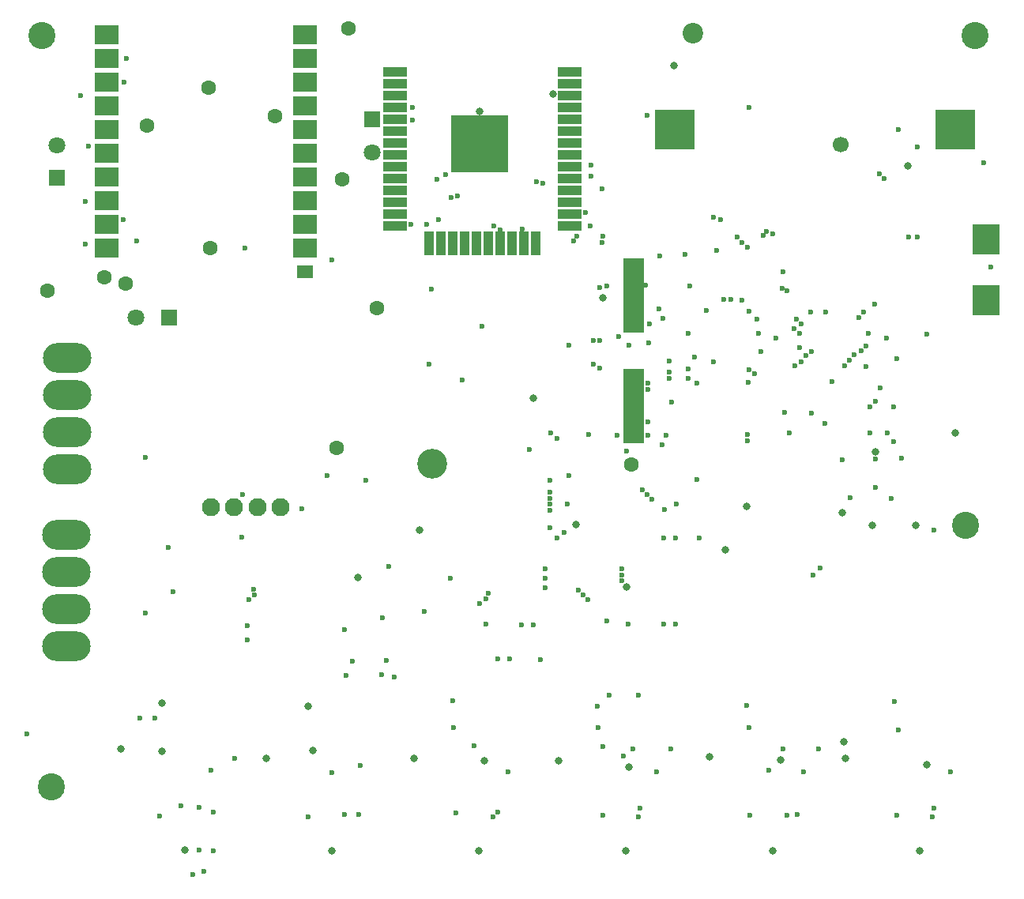
<source format=gbr>
G04 #@! TF.FileFunction,Soldermask,Bot*
%FSLAX46Y46*%
G04 Gerber Fmt 4.6, Leading zero omitted, Abs format (unit mm)*
G04 Created by KiCad (PCBNEW 4.0.6) date 09/06/17 08:45:04*
%MOMM*%
%LPD*%
G01*
G04 APERTURE LIST*
%ADD10C,0.100000*%
%ADD11R,2.500000X1.100000*%
%ADD12R,1.100000X2.500000*%
%ADD13R,6.200000X6.200000*%
%ADD14C,2.200000*%
%ADD15C,1.700000*%
%ADD16R,4.200000X4.200000*%
%ADD17C,1.950000*%
%ADD18C,2.900000*%
%ADD19R,3.000000X3.200000*%
%ADD20R,1.800000X1.800000*%
%ADD21C,1.800000*%
%ADD22R,2.200000X8.075000*%
%ADD23R,2.600000X2.000000*%
%ADD24R,1.800000X1.400000*%
%ADD25O,5.200000X3.200000*%
%ADD26C,0.600000*%
%ADD27C,0.800000*%
%ADD28C,1.600000*%
%ADD29C,3.200000*%
G04 APERTURE END LIST*
D10*
D11*
X160548000Y-58864000D03*
D12*
X156898000Y-77214000D03*
D11*
X141848000Y-58864000D03*
X160548000Y-60134000D03*
X160548000Y-61404000D03*
X160548000Y-62674000D03*
X160548000Y-63944000D03*
X160548000Y-65214000D03*
X160548000Y-66484000D03*
X160548000Y-67754000D03*
X160548000Y-69024000D03*
X160548000Y-70294000D03*
X160548000Y-71564000D03*
X160548000Y-72834000D03*
X160548000Y-74104000D03*
X160548000Y-75374000D03*
X141848000Y-60134000D03*
X141848000Y-61404000D03*
X141848000Y-62674000D03*
X141848000Y-63944000D03*
X141848000Y-65214000D03*
X141848000Y-66484000D03*
X141848000Y-67754000D03*
X141848000Y-69024000D03*
X141848000Y-70294000D03*
X141848000Y-71564000D03*
X141848000Y-72834000D03*
X141848000Y-74104000D03*
X141848000Y-75374000D03*
D12*
X155628000Y-77214000D03*
X154358000Y-77214000D03*
X153088000Y-77214000D03*
X151818000Y-77214000D03*
X150548000Y-77214000D03*
X149278000Y-77214000D03*
X148008000Y-77214000D03*
X146738000Y-77214000D03*
X145468000Y-77214000D03*
D13*
X150898000Y-66564000D03*
D14*
X173760000Y-54672000D03*
D15*
X189560000Y-66672000D03*
D16*
X201840000Y-65027000D03*
X171840000Y-65027000D03*
D17*
X122084000Y-105540000D03*
X129584000Y-105540000D03*
X127084000Y-105540000D03*
X124584000Y-105540000D03*
D18*
X104000000Y-55000000D03*
D19*
X205142000Y-83338000D03*
X205142000Y-76838000D03*
D20*
X139370000Y-63966000D03*
D21*
X139370000Y-67466000D03*
D20*
X105588000Y-70234000D03*
D21*
X105588000Y-66734000D03*
D20*
X117583000Y-85220000D03*
D21*
X114083000Y-85220000D03*
D22*
X167403840Y-82823540D03*
X167403840Y-94698540D03*
D23*
X110960000Y-77760000D03*
X110960000Y-75220000D03*
X110960000Y-72680000D03*
X110960000Y-70140000D03*
X110960000Y-67600000D03*
X110960000Y-65060000D03*
X110960000Y-62520000D03*
X110960000Y-59980000D03*
X110960000Y-57440000D03*
X110960000Y-54900000D03*
X132160000Y-54900000D03*
X132160000Y-57440000D03*
X132160000Y-59980000D03*
X132160000Y-62520000D03*
X132160000Y-65060000D03*
X132160000Y-67600000D03*
X132160000Y-70140000D03*
X132160000Y-72680000D03*
X132160000Y-75220000D03*
X132160000Y-77760000D03*
D24*
X132160000Y-80300000D03*
D18*
X204000000Y-55000000D03*
X105000000Y-135500000D03*
X203000000Y-107500000D03*
D25*
X106688000Y-89538000D03*
X106688000Y-93498000D03*
X106688000Y-97458000D03*
X106688000Y-101418000D03*
X106590000Y-108490000D03*
X106590000Y-112450000D03*
X106590000Y-116410000D03*
X106590000Y-120370000D03*
D26*
X204888000Y-68583000D03*
D27*
X119290000Y-142243006D03*
D26*
X102413000Y-129773320D03*
D27*
X198044000Y-142370000D03*
X182296000Y-142370000D03*
X166548000Y-142370000D03*
X150800000Y-142370000D03*
X135052000Y-142370000D03*
D26*
X116637000Y-138586000D03*
X122098000Y-133734000D03*
X132512000Y-138713000D03*
X138100000Y-133226000D03*
X153961000Y-133861000D03*
X148373000Y-138306000D03*
X169836000Y-133861000D03*
X164121000Y-138560000D03*
X185584000Y-133861000D03*
X179869000Y-138560000D03*
X201332000Y-133861000D03*
X195617000Y-138560000D03*
X169088000Y-85881000D03*
X168696786Y-81690000D03*
X170496400Y-85270800D03*
X170090000Y-84229400D03*
X168947010Y-92205000D03*
X171467840Y-94222040D03*
X138735000Y-102645004D03*
X173278996Y-90707000D03*
X134530000Y-102111000D03*
X115099000Y-100206000D03*
X115099000Y-116843000D03*
X171233000Y-91062000D03*
X198792000Y-86998000D03*
X108114000Y-61407500D03*
D28*
X136195000Y-70387000D03*
D26*
X112700006Y-74705000D03*
D28*
X136816000Y-54232000D03*
D26*
X108636000Y-72774000D03*
X194996000Y-104550000D03*
X199568000Y-107963004D03*
X190566837Y-104494163D03*
X179615000Y-98428000D03*
X168960996Y-97819000D03*
X179629000Y-97691998D03*
X156261000Y-99343000D03*
X159182000Y-98184000D03*
X121322006Y-144529000D03*
X125987390Y-119764000D03*
X120814000Y-142243000D03*
X199427000Y-138687000D03*
X183806000Y-138560000D03*
X167931000Y-138687000D03*
X152310000Y-138687000D03*
X136435000Y-138433000D03*
X120814000Y-137671000D03*
X120179000Y-144910000D03*
X122338000Y-142370000D03*
X199554000Y-137798000D03*
X184949000Y-138433000D03*
X168058000Y-137798000D03*
X152818000Y-138179000D03*
X137959000Y-138433000D03*
X122338000Y-138179000D03*
X126021000Y-118240000D03*
X192315000Y-88268000D03*
X185203000Y-88395000D03*
X189789000Y-100460000D03*
X193344986Y-94136000D03*
X190519845Y-89750660D03*
X162865000Y-70005998D03*
X162864994Y-68863000D03*
X185330000Y-89919000D03*
X193345000Y-100359000D03*
X192710000Y-94771000D03*
X193345000Y-103407000D03*
X187376000Y-112043000D03*
X192314998Y-90427000D03*
X186600000Y-112779000D03*
X196139000Y-100232000D03*
X188632000Y-92078000D03*
X190004497Y-90373010D03*
X184695000Y-90322050D03*
X148006010Y-126251000D03*
X148119000Y-129162000D03*
X163486000Y-126876000D03*
X163613000Y-129171500D03*
X179488000Y-126749000D03*
X179742000Y-129162000D03*
X195363000Y-126368000D03*
X195744000Y-129416000D03*
X151840333Y-114753500D03*
X144944000Y-116716000D03*
X161454000Y-114430000D03*
X166153000Y-112144000D03*
X166675000Y-99517610D03*
X170485000Y-98819000D03*
X165772000Y-87252000D03*
X173265000Y-86871000D03*
X179628990Y-77626000D03*
X126783000Y-114938000D03*
X178994000Y-77118000D03*
X126656000Y-114303000D03*
X178486000Y-76562390D03*
X126148000Y-115446000D03*
X179742000Y-90807990D03*
X196887000Y-76584000D03*
X117512000Y-109858000D03*
X131863000Y-105667000D03*
X141134000Y-111890000D03*
X158533000Y-97539000D03*
X186487000Y-95406000D03*
X162611000Y-97692000D03*
X165645000Y-97793000D03*
X168947000Y-96396000D03*
X181279992Y-76356000D03*
X125513000Y-104143000D03*
X183298000Y-82045000D03*
X192569000Y-86871000D03*
X185203000Y-86871000D03*
X112813000Y-59947000D03*
X187997000Y-84585000D03*
X192075000Y-84611000D03*
X184568000Y-86368040D03*
X183806000Y-82299000D03*
X109017000Y-66831000D03*
X143688000Y-62640000D03*
X164516000Y-81817000D03*
X147244000Y-69879000D03*
X174168000Y-92231000D03*
X148514000Y-72165000D03*
X163754000Y-87659000D03*
X163773013Y-90580000D03*
X163754000Y-87659000D03*
X143688000Y-64037000D03*
X163754000Y-81944000D03*
X146355000Y-70387000D03*
X147879000Y-72292000D03*
X163119002Y-90199000D03*
X163119000Y-87659000D03*
X171233000Y-91676680D03*
X168946147Y-92859011D03*
X179694840Y-92157840D03*
X185838000Y-89296650D03*
X191045000Y-89204610D03*
X187235000Y-131448000D03*
X183425000Y-131448000D03*
X157886600Y-114130280D03*
X171360000Y-131448000D03*
X167296000Y-131448000D03*
X164121000Y-131194000D03*
X158420000Y-102645000D03*
X147738000Y-113160000D03*
X168326000Y-103661000D03*
X158420000Y-103914986D03*
X151536600Y-118067280D03*
X166776600Y-118067280D03*
X124638000Y-132474000D03*
X152817998Y-121796000D03*
X118897600Y-137498280D03*
X136576000Y-123584000D03*
X154087994Y-121796000D03*
X135026600Y-133942280D03*
X168834000Y-104169004D03*
X158420000Y-104550000D03*
X155346600Y-118098040D03*
X170586600Y-118067280D03*
X169342000Y-104677000D03*
X158420000Y-105185000D03*
X156616600Y-118098040D03*
X171856600Y-118067280D03*
X157404006Y-121822000D03*
X150278000Y-131067000D03*
X160451996Y-102137000D03*
X159168000Y-108842000D03*
X166280000Y-132210000D03*
X157886600Y-112098280D03*
X160325008Y-105185000D03*
X159963539Y-108251344D03*
X171848840Y-108827040D03*
X171975840Y-105144040D03*
X158419976Y-107725000D03*
X158419998Y-105820000D03*
X170578840Y-108827040D03*
X170705840Y-105779040D03*
X157886600Y-113114280D03*
X164744600Y-125687280D03*
X167919600Y-125687280D03*
X181889600Y-133688280D03*
X170866000Y-97803000D03*
X164502000Y-117732000D03*
X140372000Y-123447000D03*
X137242237Y-122004763D03*
X140880000Y-121923000D03*
X141769000Y-123701000D03*
X174168000Y-102518000D03*
X174408000Y-108842000D03*
X136435000Y-118621000D03*
X150913000Y-115827000D03*
X162470000Y-115446000D03*
X166153000Y-113414000D03*
X151548000Y-115318996D03*
X140499000Y-117351000D03*
X161962000Y-114938000D03*
X166153000Y-112779000D03*
X180377000Y-91189000D03*
X197776000Y-76584000D03*
X191807000Y-88776000D03*
X186473000Y-88830000D03*
X164008000Y-71403000D03*
X182296000Y-76229000D03*
X182663000Y-87379000D03*
X194488000Y-87405000D03*
X185330000Y-85855000D03*
X184829110Y-85391967D03*
X191553000Y-85220000D03*
X149022000Y-91850000D03*
X176313000Y-77981000D03*
D27*
X193345000Y-99597000D03*
X171755000Y-58195000D03*
X196760000Y-68964000D03*
X150898000Y-63056000D03*
D28*
X121844000Y-60520610D03*
X122000000Y-77727000D03*
D26*
X118020000Y-114557000D03*
X125386000Y-108715000D03*
D28*
X135560000Y-99134000D03*
D26*
X125767000Y-77760000D03*
D27*
X201854000Y-97549000D03*
D26*
X168993200Y-87887000D03*
X173914004Y-89421000D03*
D28*
X112965400Y-81537000D03*
D26*
X114159200Y-76965000D03*
D28*
X139864000Y-84204000D03*
D26*
X175932000Y-89919000D03*
X116115000Y-128146000D03*
X114464000Y-128146000D03*
D28*
X128956000Y-63630000D03*
X115240000Y-64646000D03*
D26*
X108636000Y-77346000D03*
D28*
X110668000Y-80902000D03*
D27*
X159358500Y-132718000D03*
D28*
X104558000Y-82299000D03*
D27*
X112446000Y-131458000D03*
D28*
X167183000Y-100978000D03*
D27*
X198806000Y-133113000D03*
X190082581Y-132400990D03*
D29*
X145833000Y-100841000D03*
D27*
X183107500Y-132591000D03*
X189902000Y-130622500D03*
X175551000Y-132273500D03*
X166851500Y-133353000D03*
X143864500Y-132400500D03*
X151421000Y-132654500D03*
X116877000Y-131702000D03*
X132498000Y-126876000D03*
X116877000Y-126495000D03*
X133006000Y-131575000D03*
X128053000Y-132464000D03*
X144450000Y-107978994D03*
X189789000Y-106074000D03*
X179502000Y-105439000D03*
D26*
X135052000Y-79023000D03*
X151181000Y-86135000D03*
D27*
X161213994Y-107344000D03*
X158801000Y-61243000D03*
D26*
X205664000Y-79769000D03*
D27*
X197662990Y-107455000D03*
X166661000Y-114049000D03*
X192950000Y-107445000D03*
X177248000Y-110112000D03*
X137832000Y-113076264D03*
X156628000Y-93856000D03*
D26*
X171247000Y-89818000D03*
X166929000Y-88141000D03*
X145466000Y-90199000D03*
X145765999Y-82116999D03*
D27*
X164135000Y-83087000D03*
D26*
X180645000Y-85373000D03*
X173405986Y-81817000D03*
X192709992Y-97565000D03*
X179756000Y-84484000D03*
X194615000Y-97565000D03*
X184074000Y-97565000D03*
X172898000Y-78388000D03*
X170217000Y-78616000D03*
X160438000Y-88141000D03*
X175170010Y-84458000D03*
X183535800Y-95341840D03*
X113067000Y-57407000D03*
X181661000Y-75975000D03*
X186360000Y-84611000D03*
X193218000Y-83722000D03*
X195631000Y-89564000D03*
X183439000Y-80293000D03*
X197775990Y-66932000D03*
X168834000Y-63529000D03*
X195758000Y-65053000D03*
X179756000Y-62640000D03*
X194234000Y-70260000D03*
X193726000Y-69752000D03*
X177851000Y-83214000D03*
X187884000Y-96549000D03*
X173279000Y-91723000D03*
X178994000Y-83341000D03*
X162230000Y-73943000D03*
X162738000Y-75340000D03*
X155499000Y-75721000D03*
X152451000Y-75340000D03*
X153066975Y-75787625D03*
X146482000Y-74705000D03*
X145212000Y-75213000D03*
X175946008Y-74403390D03*
X164135000Y-76483000D03*
X157651927Y-70761927D03*
X161341000Y-76483000D03*
X143561000Y-75213000D03*
X176708000Y-74705000D03*
X164006480Y-77137009D03*
X157023000Y-70641000D03*
X160960000Y-76991000D03*
X193853000Y-92739000D03*
X195250000Y-94771000D03*
X195250000Y-98454000D03*
X181026000Y-88802000D03*
X180772000Y-86897000D03*
X177089000Y-83213994D03*
M02*

</source>
